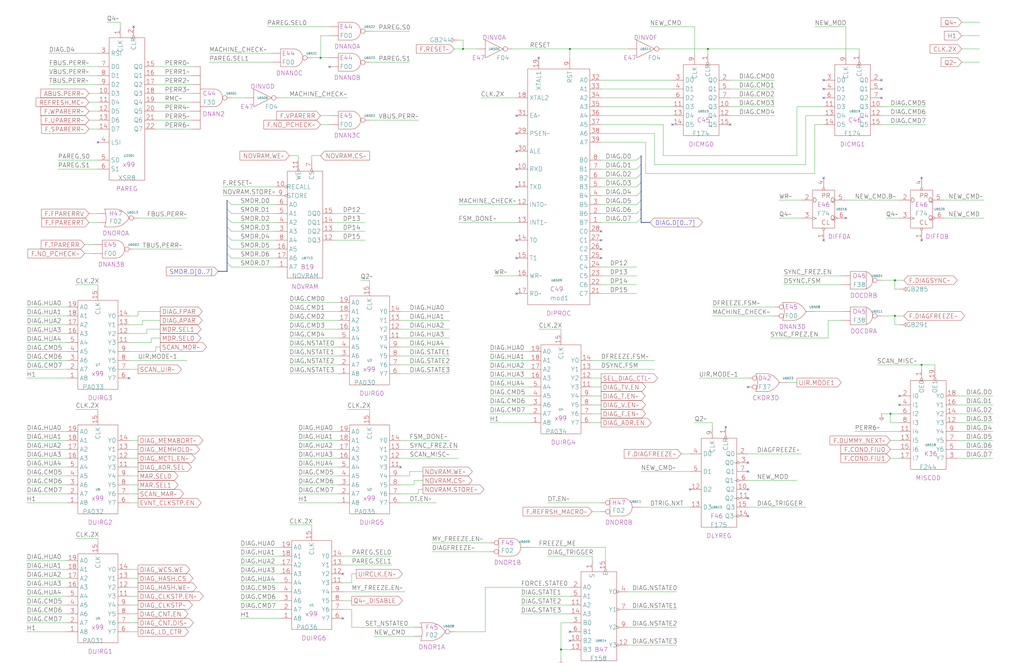
<source format=kicad_sch>
(kicad_sch (version 20230121) (generator eeschema)
  (paper "User" 584.2 378.46)
  (title_block (title "DIAGNOSTIC PROCESSOR") (date "20-MAR-90") (rev "1.0") (comment 1 "FIU") (comment 2 "232-003065") (comment 3 "S400") (comment 4 "RELEASED"))
  (junction (at 510.54 180.34))
  (junction (at 403.86 27.94))
  (junction (at 182.88 33.02))
  (junction (at 508 236.22))
  (junction (at 325.12 27.94))
  (junction (at 510.54 160.02))
  (junction (at 525.78 208.28))
  (junction (at 320.04 370.84))
  (junction (at 264.16 27.94))
  (no_connect (at 294.64 167.64))
  (no_connect (at 294.64 137.16))
  (no_connect (at 76.2 15.24))
  (no_connect (at 469.9 45.72))
  (no_connect (at 73.66 215.9))
  (no_connect (at 525.78 137.16))
  (no_connect (at 393.7 279.4))
  (no_connect (at 426.72 220.98))
  (no_connect (at 342.9 142.24))
  (no_connect (at 469.9 137.16))
  (no_connect (at 294.64 86.36))
  (no_connect (at 513.08 231.14))
  (no_connect (at 294.64 66.04))
  (no_connect (at 469.9 101.6))
  (no_connect (at 426.72 279.4))
  (no_connect (at 228.6 266.7))
  (no_connect (at 294.64 96.52))
  (no_connect (at 294.64 106.68))
  (no_connect (at 307.34 33.02))
  (no_connect (at 294.64 147.32))
  (no_connect (at 195.58 353.06))
  (no_connect (at 416.56 71.12))
  (no_connect (at 426.72 269.24))
  (no_connect (at 513.08 226.06))
  (no_connect (at 426.72 264.16))
  (no_connect (at 414.02 243.84))
  (no_connect (at 426.72 284.48))
  (no_connect (at 502.92 55.88))
  (no_connect (at 502.92 45.72))
  (no_connect (at 325.12 365.76))
  (no_connect (at 383.54 71.12))
  (no_connect (at 525.78 101.6))
  (no_connect (at 469.9 55.88))
  (no_connect (at 502.92 50.8))
  (no_connect (at 325.12 360.68))
  (no_connect (at 187.96 38.1))
  (no_connect (at 294.64 76.2))
  (no_connect (at 469.9 50.8))
  (no_connect (at 426.72 294.64))
  (no_connect (at 342.9 147.32))
  (no_connect (at 342.9 137.16))
  (no_connect (at 55.88 81.28))
  (no_connect (at 195.58 327.66))
  (no_connect (at 342.9 132.08))
  (no_connect (at 482.6 124.46))
  (bus_entry (at 129.54 129.54) (size 2.54 2.54))
  (bus_entry (at 365.76 124.46) (size -2.54 2.54))
  (bus_entry (at 129.54 119.38) (size 2.54 2.54))
  (bus_entry (at 129.54 139.7) (size 2.54 2.54))
  (bus_entry (at 129.54 124.46) (size 2.54 2.54))
  (bus_entry (at 365.76 93.98) (size -2.54 2.54))
  (bus_entry (at 365.76 104.14) (size -2.54 2.54))
  (bus_entry (at 365.76 88.9) (size -2.54 2.54))
  (bus_entry (at 365.76 99.06) (size -2.54 2.54))
  (bus_entry (at 365.76 109.22) (size -2.54 2.54))
  (bus_entry (at 365.76 114.3) (size -2.54 2.54))
  (bus_entry (at 365.76 119.38) (size -2.54 2.54))
  (bus_entry (at 129.54 114.3) (size 2.54 2.54))
  (bus_entry (at 129.54 144.78) (size 2.54 2.54))
  (bus_entry (at 129.54 134.62) (size 2.54 2.54))
  (bus_entry (at 129.54 149.86) (size 2.54 2.54))
  (wire (pts (xy 15.24 256.54) (xy 38.1 256.54)))
  (wire (pts (xy 320.04 187.96) (xy 320.04 190.5)))
  (wire (pts (xy 170.18 271.78) (xy 193.04 271.78)))
  (wire (pts (xy 342.9 121.92) (xy 363.22 121.92)))
  (wire (pts (xy 55.88 233.68) (xy 55.88 236.22)))
  (wire (pts (xy 165.1 177.8) (xy 193.04 177.8)))
  (wire (pts (xy 342.9 81.28) (xy 368.3 81.28)))
  (wire (pts (xy 325.12 27.94) (xy 325.12 33.02)))
  (wire (pts (xy 307.34 187.96) (xy 320.04 187.96)))
  (wire (pts (xy 337.82 231.14) (xy 342.9 231.14)))
  (bus (pts (xy 129.54 139.7) (xy 129.54 144.78)))
  (wire (pts (xy 358.14 337.82) (xy 386.08 337.82)))
  (wire (pts (xy 15.24 261.62) (xy 38.1 261.62)))
  (wire (pts (xy 312.42 287.02) (xy 342.9 287.02)))
  (wire (pts (xy 73.66 261.62) (xy 78.74 261.62)))
  (wire (pts (xy 73.66 205.74) (xy 106.68 205.74)))
  (wire (pts (xy 177.8 88.9) (xy 182.88 88.9)))
  (wire (pts (xy 210.82 160.02) (xy 210.82 162.56)))
  (wire (pts (xy 538.48 114.3) (xy 561.34 114.3)))
  (wire (pts (xy 137.16 353.06) (xy 160.02 353.06)))
  (wire (pts (xy 43.18 162.56) (xy 55.88 162.56)))
  (wire (pts (xy 502.92 160.02) (xy 510.54 160.02)))
  (wire (pts (xy 119.38 30.48) (xy 154.94 30.48)))
  (wire (pts (xy 416.56 66.04) (xy 441.96 66.04)))
  (wire (pts (xy 454.66 88.9) (xy 454.66 60.96)))
  (wire (pts (xy 416.56 45.72) (xy 441.96 45.72)))
  (wire (pts (xy 337.82 226.06) (xy 342.9 226.06)))
  (wire (pts (xy 358.14 368.3) (xy 386.08 368.3)))
  (wire (pts (xy 320.04 370.84) (xy 320.04 375.92)))
  (wire (pts (xy 378.46 71.12) (xy 378.46 88.9)))
  (wire (pts (xy 378.46 88.9) (xy 454.66 88.9)))
  (wire (pts (xy 342.9 76.2) (xy 373.38 76.2)))
  (wire (pts (xy 165.1 88.9) (xy 170.18 88.9)))
  (wire (pts (xy 398.78 215.9) (xy 426.72 215.9)))
  (wire (pts (xy 464.82 177.8) (xy 480.06 177.8)))
  (wire (pts (xy 508 236.22) (xy 513.08 236.22)))
  (wire (pts (xy 546.1 261.62) (xy 566.42 261.62)))
  (wire (pts (xy 73.66 266.7) (xy 78.74 266.7)))
  (wire (pts (xy 279.4 200.66) (xy 302.26 200.66)))
  (wire (pts (xy 396.24 30.48) (xy 396.24 15.24)))
  (wire (pts (xy 83.82 187.96) (xy 83.82 190.5)))
  (wire (pts (xy 342.9 157.48) (xy 363.22 157.48)))
  (wire (pts (xy 182.88 33.02) (xy 177.8 33.02)))
  (wire (pts (xy 472.44 193.04) (xy 439.42 193.04)))
  (wire (pts (xy 132.08 127) (xy 157.48 127)))
  (wire (pts (xy 525.78 208.28) (xy 533.4 208.28)))
  (wire (pts (xy 182.88 71.12) (xy 187.96 71.12)))
  (wire (pts (xy 276.86 360.68) (xy 259.08 360.68)))
  (wire (pts (xy 88.9 198.12) (xy 91.44 198.12)))
  (wire (pts (xy 137.16 312.42) (xy 160.02 312.42)))
  (wire (pts (xy 378.46 27.94) (xy 403.86 27.94)))
  (wire (pts (xy 165.1 213.36) (xy 193.04 213.36)))
  (wire (pts (xy 345.44 320.04) (xy 345.44 312.42)))
  (wire (pts (xy 88.9 53.34) (xy 109.22 53.34)))
  (wire (pts (xy 337.82 215.9) (xy 342.9 215.9)))
  (wire (pts (xy 73.66 360.68) (xy 78.74 360.68)))
  (wire (pts (xy 50.8 63.5) (xy 55.88 63.5)))
  (wire (pts (xy 502.92 66.04) (xy 528.32 66.04)))
  (wire (pts (xy 83.82 190.5) (xy 73.66 190.5)))
  (wire (pts (xy 228.6 193.04) (xy 256.54 193.04)))
  (bus (pts (xy 129.54 114.3) (xy 129.54 119.38)))
  (wire (pts (xy 546.1 231.14) (xy 566.42 231.14)))
  (wire (pts (xy 15.24 355.6) (xy 38.1 355.6)))
  (wire (pts (xy 15.24 251.46) (xy 38.1 251.46)))
  (wire (pts (xy 546.1 226.06) (xy 566.42 226.06)))
  (wire (pts (xy 132.08 55.88) (xy 139.7 55.88)))
  (wire (pts (xy 279.4 241.3) (xy 302.26 241.3)))
  (wire (pts (xy 337.82 292.1) (xy 342.9 292.1)))
  (wire (pts (xy 170.18 266.7) (xy 193.04 266.7)))
  (wire (pts (xy 195.58 322.58) (xy 223.52 322.58)))
  (wire (pts (xy 279.4 220.98) (xy 302.26 220.98)))
  (wire (pts (xy 297.18 350.52) (xy 325.12 350.52)))
  (bus (pts (xy 129.54 119.38) (xy 129.54 124.46)))
  (wire (pts (xy 165.1 299.72) (xy 177.8 299.72)))
  (wire (pts (xy 55.88 96.52) (xy 33.02 96.52)))
  (wire (pts (xy 259.08 27.94) (xy 264.16 27.94)))
  (wire (pts (xy 502.92 71.12) (xy 528.32 71.12)))
  (wire (pts (xy 137.16 342.9) (xy 160.02 342.9)))
  (wire (pts (xy 228.6 177.8) (xy 256.54 177.8)))
  (wire (pts (xy 15.24 205.74) (xy 38.1 205.74)))
  (wire (pts (xy 297.18 345.44) (xy 325.12 345.44)))
  (wire (pts (xy 15.24 350.52) (xy 38.1 350.52)))
  (wire (pts (xy 238.76 279.4) (xy 241.3 279.4)))
  (wire (pts (xy 449.58 218.44) (xy 454.66 218.44)))
  (wire (pts (xy 236.22 274.32) (xy 236.22 276.86)))
  (wire (pts (xy 464.82 99.06) (xy 464.82 71.12)))
  (bus (pts (xy 365.76 104.14) (xy 365.76 109.22)))
  (wire (pts (xy 426.72 274.32) (xy 454.66 274.32)))
  (bus (pts (xy 365.76 88.9) (xy 365.76 93.98)))
  (wire (pts (xy 342.9 45.72) (xy 383.54 45.72)))
  (wire (pts (xy 200.66 347.98) (xy 195.58 347.98)))
  (wire (pts (xy 88.9 198.12) (xy 88.9 200.66)))
  (wire (pts (xy 50.8 121.92) (xy 55.88 121.92)))
  (wire (pts (xy 190.5 137.16) (xy 208.28 137.16)))
  (wire (pts (xy 513.08 165.1) (xy 510.54 165.1)))
  (wire (pts (xy 88.9 58.42) (xy 109.22 58.42)))
  (wire (pts (xy 43.18 307.34) (xy 55.88 307.34)))
  (wire (pts (xy 548.64 12.7) (xy 558.8 12.7)))
  (wire (pts (xy 165.1 172.72) (xy 193.04 172.72)))
  (wire (pts (xy 426.72 289.56) (xy 459.74 289.56)))
  (wire (pts (xy 195.58 342.9) (xy 200.66 342.9)))
  (wire (pts (xy 396.24 15.24) (xy 370.84 15.24)))
  (wire (pts (xy 165.1 182.88) (xy 193.04 182.88)))
  (wire (pts (xy 459.74 66.04) (xy 469.9 66.04)))
  (wire (pts (xy 137.16 332.74) (xy 160.02 332.74)))
  (wire (pts (xy 198.12 233.68) (xy 210.82 233.68)))
  (wire (pts (xy 73.66 271.78) (xy 78.74 271.78)))
  (wire (pts (xy 548.64 35.56) (xy 558.8 35.56)))
  (wire (pts (xy 368.3 99.06) (xy 464.82 99.06)))
  (wire (pts (xy 170.18 261.62) (xy 193.04 261.62)))
  (wire (pts (xy 165.1 198.12) (xy 193.04 198.12)))
  (wire (pts (xy 73.66 251.46) (xy 78.74 251.46)))
  (wire (pts (xy 358.14 27.94) (xy 325.12 27.94)))
  (wire (pts (xy 342.9 116.84) (xy 363.22 116.84)))
  (wire (pts (xy 406.4 175.26) (xy 441.96 175.26)))
  (wire (pts (xy 279.4 231.14) (xy 302.26 231.14)))
  (wire (pts (xy 373.38 93.98) (xy 459.74 93.98)))
  (wire (pts (xy 508 256.54) (xy 513.08 256.54)))
  (wire (pts (xy 15.24 320.04) (xy 38.1 320.04)))
  (wire (pts (xy 200.66 358.14) (xy 200.66 347.98)))
  (wire (pts (xy 342.9 55.88) (xy 383.54 55.88)))
  (wire (pts (xy 337.82 220.98) (xy 342.9 220.98)))
  (wire (pts (xy 73.66 335.28) (xy 78.74 335.28)))
  (wire (pts (xy 15.24 287.02) (xy 38.1 287.02)))
  (wire (pts (xy 342.9 91.44) (xy 363.22 91.44)))
  (wire (pts (xy 325.12 355.6) (xy 320.04 355.6)))
  (wire (pts (xy 137.16 322.58) (xy 160.02 322.58)))
  (wire (pts (xy 447.04 162.56) (xy 480.06 162.56)))
  (wire (pts (xy 127 106.68) (xy 157.48 106.68)))
  (wire (pts (xy 228.6 182.88) (xy 256.54 182.88)))
  (wire (pts (xy 78.74 177.8) (xy 91.44 177.8)))
  (wire (pts (xy 490.22 27.94) (xy 490.22 30.48)))
  (wire (pts (xy 228.6 287.02) (xy 248.92 287.02)))
  (wire (pts (xy 78.74 180.34) (xy 73.66 180.34)))
  (wire (pts (xy 342.9 71.12) (xy 378.46 71.12)))
  (wire (pts (xy 482.6 114.3) (xy 513.08 114.3)))
  (wire (pts (xy 426.72 259.08) (xy 457.2 259.08)))
  (wire (pts (xy 510.54 185.42) (xy 510.54 180.34)))
  (wire (pts (xy 88.9 43.18) (xy 109.22 43.18)))
  (wire (pts (xy 261.62 127) (xy 294.64 127)))
  (wire (pts (xy 132.08 116.84) (xy 157.48 116.84)))
  (wire (pts (xy 403.86 27.94) (xy 403.86 30.48)))
  (wire (pts (xy 279.4 215.9) (xy 302.26 215.9)))
  (wire (pts (xy 236.22 276.86) (xy 228.6 276.86)))
  (wire (pts (xy 233.68 269.24) (xy 241.3 269.24)))
  (wire (pts (xy 86.36 195.58) (xy 73.66 195.58)))
  (wire (pts (xy 337.82 241.3) (xy 342.9 241.3)))
  (wire (pts (xy 48.26 139.7) (xy 53.34 139.7)))
  (wire (pts (xy 292.1 27.94) (xy 325.12 27.94)))
  (wire (pts (xy 170.18 246.38) (xy 193.04 246.38)))
  (wire (pts (xy 182.88 20.32) (xy 182.88 33.02)))
  (wire (pts (xy 200.66 327.66) (xy 200.66 332.74)))
  (wire (pts (xy 78.74 177.8) (xy 78.74 180.34)))
  (wire (pts (xy 210.82 35.56) (xy 233.68 35.56)))
  (wire (pts (xy 276.86 335.28) (xy 325.12 335.28)))
  (wire (pts (xy 228.6 261.62) (xy 261.62 261.62)))
  (wire (pts (xy 88.9 73.66) (xy 109.22 73.66)))
  (wire (pts (xy 88.9 200.66) (xy 73.66 200.66)))
  (wire (pts (xy 50.8 68.58) (xy 55.88 68.58)))
  (wire (pts (xy 388.62 259.08) (xy 393.7 259.08)))
  (wire (pts (xy 127 111.76) (xy 157.48 111.76)))
  (wire (pts (xy 81.28 185.42) (xy 73.66 185.42)))
  (wire (pts (xy 15.24 276.86) (xy 38.1 276.86)))
  (wire (pts (xy 132.08 147.32) (xy 157.48 147.32)))
  (wire (pts (xy 548.64 27.94) (xy 558.8 27.94)))
  (wire (pts (xy 228.6 203.2) (xy 256.54 203.2)))
  (wire (pts (xy 88.9 48.26) (xy 109.22 48.26)))
  (wire (pts (xy 337.82 236.22) (xy 342.9 236.22)))
  (bus (pts (xy 124.46 154.94) (xy 129.54 154.94)))
  (wire (pts (xy 132.08 152.4) (xy 157.48 152.4)))
  (wire (pts (xy 365.76 289.56) (xy 393.7 289.56)))
  (wire (pts (xy 358.14 347.98) (xy 386.08 347.98)))
  (wire (pts (xy 170.18 281.94) (xy 193.04 281.94)))
  (wire (pts (xy 55.88 162.56) (xy 55.88 165.1)))
  (wire (pts (xy 15.24 190.5) (xy 38.1 190.5)))
  (wire (pts (xy 236.22 274.32) (xy 241.3 274.32)))
  (wire (pts (xy 238.76 281.94) (xy 228.6 281.94)))
  (wire (pts (xy 228.6 187.96) (xy 256.54 187.96)))
  (wire (pts (xy 447.04 157.48) (xy 480.06 157.48)))
  (wire (pts (xy 182.88 66.04) (xy 187.96 66.04)))
  (wire (pts (xy 320.04 355.6) (xy 320.04 370.84)))
  (wire (pts (xy 342.9 60.96) (xy 383.54 60.96)))
  (wire (pts (xy 50.8 127) (xy 55.88 127)))
  (wire (pts (xy 546.1 241.3) (xy 566.42 241.3)))
  (wire (pts (xy 228.6 198.12) (xy 256.54 198.12)))
  (wire (pts (xy 464.82 15.24) (xy 482.6 15.24)))
  (wire (pts (xy 368.3 81.28) (xy 368.3 99.06)))
  (wire (pts (xy 132.08 137.16) (xy 157.48 137.16)))
  (wire (pts (xy 15.24 325.12) (xy 38.1 325.12)))
  (wire (pts (xy 43.18 233.68) (xy 55.88 233.68)))
  (wire (pts (xy 403.86 27.94) (xy 490.22 27.94)))
  (wire (pts (xy 279.4 226.06) (xy 302.26 226.06)))
  (wire (pts (xy 152.4 15.24) (xy 187.96 15.24)))
  (wire (pts (xy 312.42 317.5) (xy 337.82 317.5)))
  (wire (pts (xy 337.82 320.04) (xy 337.82 317.5)))
  (bus (pts (xy 365.76 99.06) (xy 365.76 104.14)))
  (wire (pts (xy 73.66 325.12) (xy 78.74 325.12)))
  (wire (pts (xy 68.58 15.24) (xy 68.58 12.7)))
  (wire (pts (xy 279.4 236.22) (xy 302.26 236.22)))
  (wire (pts (xy 15.24 210.82) (xy 38.1 210.82)))
  (wire (pts (xy 15.24 266.7) (xy 38.1 266.7)))
  (wire (pts (xy 15.24 185.42) (xy 38.1 185.42)))
  (wire (pts (xy 342.9 111.76) (xy 363.22 111.76)))
  (wire (pts (xy 246.38 309.88) (xy 279.4 309.88)))
  (wire (pts (xy 342.9 127) (xy 363.22 127)))
  (wire (pts (xy 342.9 101.6) (xy 363.22 101.6)))
  (wire (pts (xy 502.92 180.34) (xy 510.54 180.34)))
  (wire (pts (xy 88.9 63.5) (xy 109.22 63.5)))
  (wire (pts (xy 195.58 337.82) (xy 231.14 337.82)))
  (bus (pts (xy 365.76 127) (xy 370.84 127)))
  (wire (pts (xy 233.68 269.24) (xy 233.68 271.78)))
  (wire (pts (xy 261.62 116.84) (xy 294.64 116.84)))
  (wire (pts (xy 165.1 187.96) (xy 193.04 187.96)))
  (wire (pts (xy 533.4 210.82) (xy 533.4 208.28)))
  (wire (pts (xy 73.66 345.44) (xy 78.74 345.44)))
  (wire (pts (xy 15.24 345.44) (xy 38.1 345.44)))
  (wire (pts (xy 538.48 124.46) (xy 561.34 124.46)))
  (wire (pts (xy 15.24 335.28) (xy 38.1 335.28)))
  (wire (pts (xy 73.66 340.36) (xy 78.74 340.36)))
  (bus (pts (xy 129.54 124.46) (xy 129.54 129.54)))
  (wire (pts (xy 50.8 53.34) (xy 55.88 53.34)))
  (wire (pts (xy 233.68 271.78) (xy 228.6 271.78)))
  (wire (pts (xy 33.02 91.44) (xy 55.88 91.44)))
  (wire (pts (xy 55.88 307.34) (xy 55.88 309.88)))
  (wire (pts (xy 78.74 124.46) (xy 106.68 124.46)))
  (wire (pts (xy 302.26 312.42) (xy 345.44 312.42)))
  (wire (pts (xy 546.1 256.54) (xy 566.42 256.54)))
  (wire (pts (xy 73.66 276.86) (xy 78.74 276.86)))
  (wire (pts (xy 228.6 251.46) (xy 256.54 251.46)))
  (wire (pts (xy 132.08 121.92) (xy 157.48 121.92)))
  (wire (pts (xy 342.9 96.52) (xy 363.22 96.52)))
  (wire (pts (xy 416.56 55.88) (xy 441.96 55.88)))
  (wire (pts (xy 170.18 287.02) (xy 193.04 287.02)))
  (wire (pts (xy 546.1 236.22) (xy 566.42 236.22)))
  (wire (pts (xy 406.4 243.84) (xy 406.4 241.3)))
  (wire (pts (xy 165.1 203.2) (xy 193.04 203.2)))
  (wire (pts (xy 472.44 182.88) (xy 472.44 193.04)))
  (wire (pts (xy 50.8 58.42) (xy 55.88 58.42)))
  (wire (pts (xy 342.9 66.04) (xy 383.54 66.04)))
  (wire (pts (xy 508 251.46) (xy 513.08 251.46)))
  (wire (pts (xy 279.4 205.74) (xy 302.26 205.74)))
  (wire (pts (xy 15.24 330.2) (xy 38.1 330.2)))
  (wire (pts (xy 502.92 60.96) (xy 528.32 60.96)))
  (wire (pts (xy 358.14 358.14) (xy 386.08 358.14)))
  (wire (pts (xy 190.5 127) (xy 208.28 127)))
  (wire (pts (xy 505.46 124.46) (xy 513.08 124.46)))
  (wire (pts (xy 177.8 88.9) (xy 177.8 91.44)))
  (wire (pts (xy 15.24 215.9) (xy 38.1 215.9)))
  (wire (pts (xy 165.1 193.04) (xy 193.04 193.04)))
  (wire (pts (xy 68.58 12.7) (xy 60.96 12.7)))
  (wire (pts (xy 238.76 279.4) (xy 238.76 281.94)))
  (wire (pts (xy 15.24 180.34) (xy 38.1 180.34)))
  (wire (pts (xy 190.5 132.08) (xy 208.28 132.08)))
  (bus (pts (xy 365.76 124.46) (xy 365.76 127)))
  (wire (pts (xy 546.1 246.38) (xy 566.42 246.38)))
  (wire (pts (xy 73.66 330.2) (xy 78.74 330.2)))
  (wire (pts (xy 454.66 60.96) (xy 469.9 60.96)))
  (wire (pts (xy 271.78 27.94) (xy 264.16 27.94)))
  (wire (pts (xy 444.5 114.3) (xy 457.2 114.3)))
  (wire (pts (xy 15.24 175.26) (xy 38.1 175.26)))
  (wire (pts (xy 264.16 22.86) (xy 261.62 22.86)))
  (wire (pts (xy 342.9 106.68) (xy 363.22 106.68)))
  (bus (pts (xy 129.54 129.54) (xy 129.54 134.62)))
  (wire (pts (xy 210.82 233.68) (xy 210.82 236.22)))
  (wire (pts (xy 274.32 55.88) (xy 294.64 55.88)))
  (wire (pts (xy 27.94 48.26) (xy 55.88 48.26)))
  (wire (pts (xy 546.1 251.46) (xy 566.42 251.46)))
  (wire (pts (xy 15.24 340.36) (xy 38.1 340.36)))
  (wire (pts (xy 525.78 208.28) (xy 525.78 210.82)))
  (wire (pts (xy 342.9 162.56) (xy 363.22 162.56)))
  (wire (pts (xy 15.24 200.66) (xy 38.1 200.66)))
  (bus (pts (xy 129.54 134.62) (xy 129.54 139.7)))
  (wire (pts (xy 508 261.62) (xy 513.08 261.62)))
  (wire (pts (xy 15.24 246.38) (xy 38.1 246.38)))
  (wire (pts (xy 200.66 327.66) (xy 203.2 327.66)))
  (wire (pts (xy 482.6 30.48) (xy 482.6 15.24)))
  (wire (pts (xy 444.5 124.46) (xy 457.2 124.46)))
  (wire (pts (xy 281.94 157.48) (xy 294.64 157.48)))
  (wire (pts (xy 86.36 193.04) (xy 91.44 193.04)))
  (wire (pts (xy 210.82 68.58) (xy 238.76 68.58)))
  (wire (pts (xy 487.68 246.38) (xy 513.08 246.38)))
  (wire (pts (xy 81.28 182.88) (xy 81.28 185.42)))
  (wire (pts (xy 177.8 299.72) (xy 177.8 302.26)))
  (wire (pts (xy 170.18 256.54) (xy 193.04 256.54)))
  (wire (pts (xy 73.66 350.52) (xy 78.74 350.52)))
  (wire (pts (xy 396.24 241.3) (xy 406.4 241.3)))
  (bus (pts (xy 365.76 119.38) (xy 365.76 124.46)))
  (wire (pts (xy 213.36 363.22) (xy 236.22 363.22)))
  (wire (pts (xy 170.18 251.46) (xy 193.04 251.46)))
  (wire (pts (xy 480.06 182.88) (xy 472.44 182.88)))
  (bus (pts (xy 129.54 144.78) (xy 129.54 149.86)))
  (wire (pts (xy 86.36 193.04) (xy 86.36 195.58)))
  (wire (pts (xy 502.92 236.22) (xy 508 236.22)))
  (wire (pts (xy 88.9 38.1) (xy 109.22 38.1)))
  (bus (pts (xy 129.54 149.86) (xy 129.54 154.94)))
  (wire (pts (xy 459.74 93.98) (xy 459.74 66.04)))
  (wire (pts (xy 406.4 180.34) (xy 441.96 180.34)))
  (wire (pts (xy 81.28 182.88) (xy 91.44 182.88)))
  (wire (pts (xy 513.08 185.42) (xy 510.54 185.42)))
  (wire (pts (xy 416.56 60.96) (xy 441.96 60.96)))
  (wire (pts (xy 279.4 210.82) (xy 302.26 210.82)))
  (wire (pts (xy 27.94 30.48) (xy 55.88 30.48)))
  (wire (pts (xy 182.88 33.02) (xy 187.96 33.02)))
  (wire (pts (xy 510.54 165.1) (xy 510.54 160.02)))
  (wire (pts (xy 228.6 208.28) (xy 256.54 208.28)))
  (wire (pts (xy 137.16 337.82) (xy 160.02 337.82)))
  (wire (pts (xy 119.38 35.56) (xy 154.94 35.56)))
  (wire (pts (xy 276.86 335.28) (xy 276.86 360.68)))
  (wire (pts (xy 210.82 17.78) (xy 233.68 17.78)))
  (wire (pts (xy 200.66 332.74) (xy 195.58 332.74)))
  (wire (pts (xy 373.38 76.2) (xy 373.38 93.98)))
  (wire (pts (xy 160.02 55.88) (xy 198.12 55.88)))
  (wire (pts (xy 342.9 152.4) (xy 363.22 152.4)))
  (wire (pts (xy 15.24 360.68) (xy 38.1 360.68)))
  (wire (pts (xy 132.08 132.08) (xy 157.48 132.08)))
  (wire (pts (xy 170.18 88.9) (xy 170.18 91.44)))
  (wire (pts (xy 416.56 50.8) (xy 441.96 50.8)))
  (wire (pts (xy 228.6 256.54) (xy 261.62 256.54)))
  (wire (pts (xy 15.24 281.94) (xy 38.1 281.94)))
  (wire (pts (xy 73.66 287.02) (xy 78.74 287.02)))
  (wire (pts (xy 337.82 210.82) (xy 373.38 210.82)))
  (wire (pts (xy 48.26 144.78) (xy 53.34 144.78)))
  (bus (pts (xy 365.76 93.98) (xy 365.76 99.06)))
  (wire (pts (xy 76.2 142.24) (xy 104.14 142.24)))
  (wire (pts (xy 88.9 68.58) (xy 109.22 68.58)))
  (wire (pts (xy 342.9 167.64) (xy 363.22 167.64)))
  (wire (pts (xy 195.58 317.5) (xy 223.52 317.5)))
  (wire (pts (xy 73.66 210.82) (xy 78.74 210.82)))
  (wire (pts (xy 342.9 50.8) (xy 383.54 50.8)))
  (wire (pts (xy 510.54 180.34) (xy 515.62 180.34)))
  (wire (pts (xy 137.16 327.66) (xy 160.02 327.66)))
  (wire (pts (xy 73.66 281.94) (xy 78.74 281.94)))
  (wire (pts (xy 50.8 73.66) (xy 55.88 73.66)))
  (wire (pts (xy 228.6 213.36) (xy 256.54 213.36)))
  (wire (pts (xy 83.82 187.96) (xy 91.44 187.96)))
  (wire (pts (xy 205.74 160.02) (xy 210.82 160.02)))
  (wire (pts (xy 548.64 20.32) (xy 558.8 20.32)))
  (wire (pts (xy 73.66 256.54) (xy 78.74 256.54)))
  (wire (pts (xy 27.94 43.18) (xy 55.88 43.18)))
  (wire (pts (xy 264.16 22.86) (xy 264.16 27.94)))
  (wire (pts (xy 464.82 71.12) (xy 469.9 71.12)))
  (wire (pts (xy 73.66 355.6) (xy 78.74 355.6)))
  (wire (pts (xy 170.18 276.86) (xy 193.04 276.86)))
  (wire (pts (xy 187.96 20.32) (xy 182.88 20.32)))
  (wire (pts (xy 513.08 241.3) (xy 508 241.3)))
  (bus (pts (xy 365.76 114.3) (xy 365.76 119.38)))
  (wire (pts (xy 200.66 358.14) (xy 236.22 358.14)))
  (wire (pts (xy 325.12 370.84) (xy 320.04 370.84)))
  (wire (pts (xy 137.16 347.98) (xy 160.02 347.98)))
  (wire (pts (xy 510.54 160.02) (xy 515.62 160.02)))
  (wire (pts (xy 337.82 205.74) (xy 373.38 205.74)))
  (wire (pts (xy 297.18 340.36) (xy 325.12 340.36)))
  (wire (pts (xy 246.38 314.96) (xy 279.4 314.96)))
  (wire (pts (xy 132.08 142.24) (xy 157.48 142.24)))
  (wire (pts (xy 500.38 208.28) (xy 525.78 208.28)))
  (wire (pts (xy 137.16 317.5) (xy 160.02 317.5)))
  (wire (pts (xy 15.24 271.78) (xy 38.1 271.78)))
  (wire (pts (xy 165.1 208.28) (xy 193.04 208.28)))
  (bus (pts (xy 365.76 109.22) (xy 365.76 114.3)))
  (wire (pts (xy 508 241.3) (xy 508 236.22)))
  (wire (pts (xy 365.76 269.24) (xy 393.7 269.24)))
  (wire (pts (xy 27.94 38.1) (xy 55.88 38.1)))
  (wire (pts (xy 190.5 121.92) (xy 208.28 121.92)))
  (wire (pts (xy 15.24 195.58) (xy 38.1 195.58)))
  (label "DP12" (at 195.58 121.92 0) (effects (font (size 2.54 2.54))))
  (label "PERR6~" (at 93.98 73.66 0) (effects (font (size 2.54 2.54))))
  (label "H1" (at 15.24 360.68 0) (effects (font (size 2.54 2.54))))
  (label "F.RESET~" (at 127 106.68 0) (effects (font (size 2.54 2.54))))
  (label "SYNC_FREZ.EN" (at 439.42 193.04 0) (effects (font (size 2.54 2.54))))
  (label "Q2~" (at 205.74 160.02 0) (effects (font (size 2.54 2.54))))
  (label "DIAG.D6" (at 345.44 121.92 0) (effects (font (size 2.54 2.54))))
  (label "MY_FREEZE.EN~" (at 246.38 309.88 0) (effects (font (size 2.54 2.54))))
  (label "DIAG.D5" (at 551.18 251.46 0) (effects (font (size 2.54 2.54))))
  (label "DTRIG.NXT" (at 370.84 289.56 0) (effects (font (size 2.54 2.54))))
  (label "SMDR.D3" (at 137.16 132.08 0) (effects (font (size 2.54 2.54))))
  (label "DIAG.STATE2" (at 297.18 345.44 0) (effects (font (size 2.54 2.54))))
  (label "DSYNC.FSM" (at 447.04 162.56 0) (effects (font (size 2.54 2.54))))
  (label "DIAG.D1" (at 551.18 231.14 0) (effects (font (size 2.54 2.54))))
  (label "DIAG.HUA2" (at 279.4 210.82 0) (effects (font (size 2.54 2.54))))
  (label "MACHINE_CHECK~" (at 119.38 30.48 0) (effects (font (size 2.54 2.54))))
  (label "NEW_MOD" (at 464.82 15.24 0) (effects (font (size 2.54 2.54))))
  (label "NEW_CMD.B~" (at 487.68 114.3 0) (effects (font (size 2.54 2.54))))
  (label "DIAG.HUA3" (at 15.24 261.62 0) (effects (font (size 2.54 2.54))))
  (label "DIAG.NSTATE1" (at 360.68 347.98 0) (effects (font (size 2.54 2.54))))
  (label "NEW_CMD" (at 370.84 15.24 0) (effects (font (size 2.54 2.54))))
  (label "DIAG.HUA4" (at 233.68 198.12 0) (effects (font (size 2.54 2.54))))
  (label "TBUS.PERR~" (at 81.28 142.24 0) (effects (font (size 2.54 2.54))))
  (label "DP14" (at 347.98 162.56 0) (effects (font (size 2.54 2.54))))
  (label "DIAG.D7" (at 345.44 127 0) (effects (font (size 2.54 2.54))))
  (label "NEW_CMD~" (at 365.76 269.24 0) (effects (font (size 2.54 2.54))))
  (label "WR~" (at 444.5 114.3 0) (effects (font (size 2.54 2.54))))
  (label "PAREG.SEL0" (at 200.66 317.5 0) (effects (font (size 2.54 2.54))))
  (label "DIAG.STATE3" (at 233.68 213.36 0) (effects (font (size 2.54 2.54))))
  (label "DIAG.HUA4" (at 15.24 266.7 0) (effects (font (size 2.54 2.54))))
  (label "SCAN_MISC~" (at 233.68 261.62 0) (effects (font (size 2.54 2.54))))
  (label "SMDR.D1" (at 137.16 121.92 0) (effects (font (size 2.54 2.54))))
  (label "SCAN_MISC~" (at 500.38 208.28 0) (effects (font (size 2.54 2.54))))
  (label "RESET" (at 302.26 27.94 0) (effects (font (size 2.54 2.54))))
  (label "Q4~" (at 60.96 12.7 0) (effects (font (size 2.54 2.54))))
  (label "DIAG.NSTATE2" (at 165.1 208.28 0) (effects (font (size 2.54 2.54))))
  (label "H1" (at 170.18 287.02 0) (effects (font (size 2.54 2.54))))
  (label "DIAG.HUA3" (at 137.16 327.66 0) (effects (font (size 2.54 2.54))))
  (label "DIAG.CMD3" (at 165.1 187.96 0) (effects (font (size 2.54 2.54))))
  (label "DIAG.CMD7" (at 15.24 355.6 0) (effects (font (size 2.54 2.54))))
  (label "UIR.MODE~1" (at 78.74 205.74 0) (effects (font (size 2.54 2.54))))
  (label "FBUS.PERR~" (at 27.94 38.1 0) (effects (font (size 2.54 2.54))))
  (label "MACHINE_CHECK~" (at 165.1 55.88 0) (effects (font (size 2.54 2.54))))
  (label "DIAG_TRIGGER" (at 431.8 289.56 0) (effects (font (size 2.54 2.54))))
  (label "FSM_DONE~" (at 233.68 251.46 0) (effects (font (size 2.54 2.54))))
  (label "DIAG.NSTATE0" (at 360.68 337.82 0) (effects (font (size 2.54 2.54))))
  (label "DIAG.HUA4" (at 170.18 266.7 0) (effects (font (size 2.54 2.54))))
  (label "PAREG.SEL1" (at 119.38 35.56 0) (effects (font (size 2.54 2.54))))
  (label "CLK.2X" (at 198.12 233.68 0) (effects (font (size 2.54 2.54))))
  (label "SET_NSTATE0" (at 208.28 358.14 0) (effects (font (size 2.54 2.54))))
  (label "CLK.2X" (at 274.32 55.88 0) (effects (font (size 2.54 2.54))))
  (label "DIAG.CMD6" (at 15.24 350.52 0) (effects (font (size 2.54 2.54))))
  (label "DIAG.CMD0" (at 165.1 172.72 0) (effects (font (size 2.54 2.54))))
  (label "DSYNC.FSM" (at 342.9 210.82 0) (effects (font (size 2.54 2.54))))
  (label "DP15" (at 347.98 167.64 0) (effects (font (size 2.54 2.54))))
  (label "PERR3~" (at 93.98 53.34 0) (effects (font (size 2.54 2.54))))
  (label "DIAG.CMD1" (at 165.1 177.8 0) (effects (font (size 2.54 2.54))))
  (label "DIAG.NSTATE0" (at 165.1 198.12 0) (effects (font (size 2.54 2.54))))
  (label "FORCE.STATE0" (at 297.18 335.28 0) (effects (font (size 2.54 2.54))))
  (label "RMC~" (at 93.98 58.42 0) (effects (font (size 2.54 2.54))))
  (label "DIAG.CMD7" (at 170.18 281.94 0) (effects (font (size 2.54 2.54))))
  (label "DIAG.NSTATE2" (at 360.68 358.14 0) (effects (font (size 2.54 2.54))))
  (label "DT.EN~" (at 233.68 287.02 0) (effects (font (size 2.54 2.54))))
  (label "NEW_CMD" (at 213.36 363.22 0) (effects (font (size 2.54 2.54))))
  (label "DIAG.CMD7" (at 279.4 236.22 0) (effects (font (size 2.54 2.54))))
  (label "DIAG.CMD7" (at 15.24 210.82 0) (effects (font (size 2.54 2.54))))
  (label "DIAGFREEZE~" (at 246.38 314.96 0) (effects (font (size 2.54 2.54))))
  (label "SMDR.D2" (at 137.16 127 0) (effects (font (size 2.54 2.54))))
  (label "DIAG_TRIGGER" (at 312.42 317.5 0) (effects (font (size 2.54 2.54))))
  (label "DIAG.CMD6" (at 15.24 276.86 0) (effects (font (size 2.54 2.54))))
  (label "DP13" (at 347.98 157.48 0) (effects (font (size 2.54 2.54))))
  (label "Q2~" (at 396.24 241.3 0) (effects (font (size 2.54 2.54))))
  (label "DIAG.CMD2" (at 421.64 55.88 0) (effects (font (size 2.54 2.54))))
  (label "DP15" (at 195.58 137.16 0) (effects (font (size 2.54 2.54))))
  (label "DIAG.D5" (at 345.44 116.84 0) (effects (font (size 2.54 2.54))))
  (label "DIAG.CMD2" (at 165.1 182.88 0) (effects (font (size 2.54 2.54))))
  (label "DIAG.D7" (at 551.18 261.62 0) (effects (font (size 2.54 2.54))))
  (label "FSM_DONE~" (at 261.62 127 0) (effects (font (size 2.54 2.54))))
  (label "CLK.2X" (at 43.18 307.34 0) (effects (font (size 2.54 2.54))))
  (label "DIAG.CMD5" (at 15.24 271.78 0) (effects (font (size 2.54 2.54))))
  (label "PERR0~" (at 93.98 38.1 0) (effects (font (size 2.54 2.54))))
  (label "Q4~" (at 444.5 124.46 0) (effects (font (size 2.54 2.54))))
  (label "DIAG.D0" (at 345.44 91.44 0) (effects (font (size 2.54 2.54))))
  (label "PAREG.SEL1" (at 200.66 322.58 0) (effects (font (size 2.54 2.54))))
  (label "DIAG.D2" (at 551.18 236.22 0) (effects (font (size 2.54 2.54))))
  (label "DIAG.CMD7" (at 508 71.12 0) (effects (font (size 2.54 2.54))))
  (label "DIAG.HUA2" (at 233.68 187.96 0) (effects (font (size 2.54 2.54))))
  (label "H1" (at 279.4 241.3 0) (effects (font (size 2.54 2.54))))
  (label "DIAGFREEZE~" (at 431.8 259.08 0) (effects (font (size 2.54 2.54))))
  (label "PAREG.S0" (at 33.02 91.44 0) (effects (font (size 2.54 2.54))))
  (label "DIAG.D4" (at 345.44 111.76 0) (effects (font (size 2.54 2.54))))
  (label "DIAG.CMD6" (at 508 66.04 0) (effects (font (size 2.54 2.54))))
  (label "DP14" (at 195.58 132.08 0) (effects (font (size 2.54 2.54))))
  (label "DIAG.CMD5" (at 170.18 271.78 0) (effects (font (size 2.54 2.54))))
  (label "VBUS.PERR~" (at 27.94 43.18 0) (effects (font (size 2.54 2.54))))
  (label "DFREEZE.FSM~" (at 406.4 175.26 0) (effects (font (size 2.54 2.54))))
  (label "PAREG.SEL0" (at 152.4 15.24 0) (effects (font (size 2.54 2.54))))
  (label "DIAG.HUA1" (at 15.24 325.12 0) (effects (font (size 2.54 2.54))))
  (label "DIAG.D4" (at 551.18 246.38 0) (effects (font (size 2.54 2.54))))
  (label "DIAG.D3" (at 345.44 106.68 0) (effects (font (size 2.54 2.54))))
  (label "CLK.2X" (at 43.18 233.68 0) (effects (font (size 2.54 2.54))))
  (label "DIAG.CMD5" (at 15.24 200.66 0) (effects (font (size 2.54 2.54))))
  (label "PAREG.S0" (at 215.9 17.78 0) (effects (font (size 2.54 2.54))))
  (label "DIAG.NSTATE1" (at 165.1 203.2 0) (effects (font (size 2.54 2.54))))
  (label "H1" (at 15.24 287.02 0) (effects (font (size 2.54 2.54))))
  (label "SMDR.D0" (at 137.16 116.84 0) (effects (font (size 2.54 2.54))))
  (label "DIAG.CMD7" (at 15.24 281.94 0) (effects (font (size 2.54 2.54))))
  (label "DIAG.HUA0" (at 279.4 200.66 0) (effects (font (size 2.54 2.54))))
  (label "PAREG.S1" (at 215.9 35.56 0) (effects (font (size 2.54 2.54))))
  (label "DIAG.STATE1" (at 297.18 340.36 0) (effects (font (size 2.54 2.54))))
  (label "FREEZE_ME" (at 307.34 312.42 0) (effects (font (size 2.54 2.54))))
  (label "DIAG.NSTATE3" (at 360.68 368.3 0) (effects (font (size 2.54 2.54))))
  (label "NOVRAM.STORE~" (at 127 111.76 0) (effects (font (size 2.54 2.54))))
  (label "DIAG.HUA4" (at 15.24 340.36 0) (effects (font (size 2.54 2.54))))
  (label "PAREG.S1" (at 33.02 96.52 0) (effects (font (size 2.54 2.54))))
  (label "NEW_MOD" (at 431.8 274.32 0) (effects (font (size 2.54 2.54))))
  (label "CLK.2X" (at 43.18 162.56 0) (effects (font (size 2.54 2.54))))
  (label "DIAG.D4" (at 27.94 30.48 0) (effects (font (size 2.54 2.54))))
  (label "DIAG.CMD5" (at 137.16 337.82 0) (effects (font (size 2.54 2.54))))
  (label "DIAG.CMD5" (at 508 60.96 0) (effects (font (size 2.54 2.54))))
  (label "DT.EN~" (at 312.42 287.02 0) (effects (font (size 2.54 2.54))))
  (label "DIAG.HUA2" (at 15.24 185.42 0) (effects (font (size 2.54 2.54))))
  (label "CLK.2X" (at 307.34 187.96 0) (effects (font (size 2.54 2.54))))
  (label "DIAG.HUA1" (at 233.68 182.88 0) (effects (font (size 2.54 2.54))))
  (label "SMDR.D4" (at 137.16 137.16 0) (effects (font (size 2.54 2.54))))
  (label "DIAG.CMD6" (at 137.16 342.9 0) (effects (font (size 2.54 2.54))))
  (label "DIAG.HUA2" (at 137.16 322.58 0) (effects (font (size 2.54 2.54))))
  (label "CLK.2X" (at 165.1 299.72 0) (effects (font (size 2.54 2.54))))
  (label "Q4~" (at 505.46 124.46 0) (effects (font (size 2.54 2.54))))
  (label "DIAG.HUA3" (at 279.4 215.9 0) (effects (font (size 2.54 2.54))))
  (label "DIAG.CMD4" (at 165.1 193.04 0) (effects (font (size 2.54 2.54))))
  (label "DIAG.HUA2" (at 170.18 256.54 0) (effects (font (size 2.54 2.54))))
  (label "DIAG.HUA1" (at 279.4 205.74 0) (effects (font (size 2.54 2.54))))
  (label "H1" (at 15.24 215.9 0) (effects (font (size 2.54 2.54))))
  (label "PERR6~" (at 487.68 246.38 0) (effects (font (size 2.54 2.54))))
  (label "DIAG.HUA1" (at 15.24 251.46 0) (effects (font (size 2.54 2.54))))
  (label "PERR5~" (at 93.98 68.58 0) (effects (font (size 2.54 2.54))))
  (label "VBUS.PERR~" (at 215.9 68.58 0) (effects (font (size 2.54 2.54))))
  (label "DIAG.HUA4" (at 137.16 332.74 0) (effects (font (size 2.54 2.54))))
  (label "DIAG.CMD0" (at 421.64 45.72 0) (effects (font (size 2.54 2.54))))
  (label "DIAG.HUA0" (at 15.24 246.38 0) (effects (font (size 2.54 2.54))))
  (label "DIAG.HUA4" (at 279.4 220.98 0) (effects (font (size 2.54 2.54))))
  (label "DIAG.CMD5" (at 15.24 345.44 0) (effects (font (size 2.54 2.54))))
  (label "DIAG.HUA1" (at 137.16 317.5 0) (effects (font (size 2.54 2.54))))
  (label "NEW_CMD~" (at 541.02 114.3 0) (effects (font (size 2.54 2.54))))
  (label "DP12" (at 347.98 152.4 0) (effects (font (size 2.54 2.54))))
  (label "DIAG.CMD1" (at 421.64 50.8 0) (effects (font (size 2.54 2.54))))
  (label "DIAG.D6" (at 551.18 256.54 0) (effects (font (size 2.54 2.54))))
  (label "DIAG.HUA1" (at 15.24 180.34 0) (effects (font (size 2.54 2.54))))
  (label "NEW_CMD" (at 541.02 124.46 0) (effects (font (size 2.54 2.54))))
  (label "SYNC_FREZ.EN" (at 447.04 157.48 0) (effects (font (size 2.54 2.54))))
  (label "TBUS.PERR~" (at 27.94 48.26 0) (effects (font (size 2.54 2.54))))
  (label "DIAG.CMD6" (at 170.18 276.86 0) (effects (font (size 2.54 2.54))))
  (label "DIAG.STATE2" (at 233.68 208.28 0) (effects (font (size 2.54 2.54))))
  (label "DIAG.CMD5" (at 279.4 226.06 0) (effects (font (size 2.54 2.54))))
  (label "DIAG.HUA3" (at 15.24 190.5 0) (effects (font (size 2.54 2.54))))
  (label "DIAG.D3" (at 551.18 241.3 0) (effects (font (size 2.54 2.54))))
  (label "DIAG.CMD4" (at 421.64 66.04 0) (effects (font (size 2.54 2.54))))
  (label "MACHINE_CHECK~" (at 261.62 116.84 0) (effects (font (size 2.54 2.54))))
  (label "DIAG.STATE3" (at 297.18 350.52 0) (effects (font (size 2.54 2.54))))
  (label "PERR2~" (at 93.98 48.26 0) (effects (font (size 2.54 2.54))))
  (label "DIAG.D0" (at 551.18 226.06 0) (effects (font (size 2.54 2.54))))
  (label "DIAG.CMD6" (at 15.24 205.74 0) (effects (font (size 2.54 2.54))))
  (label "DIAG.HUA3" (at 15.24 335.28 0) (effects (font (size 2.54 2.54))))
  (label "PERR1~" (at 93.98 43.18 0) (effects (font (size 2.54 2.54))))
  (label "DIAG.HUA3" (at 233.68 193.04 0) (effects (font (size 2.54 2.54))))
  (label "DIAG.HUA3" (at 170.18 261.62 0) (effects (font (size 2.54 2.54))))
  (label "DIAG.CMD7" (at 137.16 347.98 0) (effects (font (size 2.54 2.54))))
  (label "DFREEZE.FSM~" (at 342.9 205.74 0) (effects (font (size 2.54 2.54))))
  (label "SMDR.D6" (at 137.16 147.32 0) (effects (font (size 2.54 2.54))))
  (label "DIAG.NSTATE3" (at 165.1 213.36 0) (effects (font (size 2.54 2.54))))
  (label "DIAG.HUA0" (at 233.68 177.8 0) (effects (font (size 2.54 2.54))))
  (label "DIAG.HUA2" (at 15.24 330.2 0) (effects (font (size 2.54 2.54))))
  (label "UIR.MODE~1" (at 398.78 215.9 0) (effects (font (size 2.54 2.54))))
  (label "WR~" (at 281.94 157.48 0) (effects (font (size 2.54 2.54))))
  (label "DIAG.HUA0" (at 15.24 175.26 0) (effects (font (size 2.54 2.54))))
  (label "DIAG.HUA0" (at 137.16 312.42 0) (effects (font (size 2.54 2.54))))
  (label "DIAG.CMD3" (at 421.64 60.96 0) (effects (font (size 2.54 2.54))))
  (label "SMDR.D5" (at 137.16 142.24 0) (effects (font (size 2.54 2.54))))
  (label "DIAG.HUA0" (at 170.18 246.38 0) (effects (font (size 2.54 2.54))))
  (label "H1" (at 137.16 353.06 0) (effects (font (size 2.54 2.54))))
  (label "DIAG.HUA2" (at 15.24 256.54 0) (effects (font (size 2.54 2.54))))
  (label "DIAG.CMD6" (at 279.4 231.14 0) (effects (font (size 2.54 2.54))))
  (label "MACHINE_CHECK~" (at 406.4 180.34 0) (effects (font (size 2.54 2.54))))
  (label "SMDR.D7" (at 137.16 152.4 0) (effects (font (size 2.54 2.54))))
  (label "DIAG.D2" (at 345.44 101.6 0) (effects (font (size 2.54 2.54))))
  (label "DIAG.D1" (at 345.44 96.52 0) (effects (font (size 2.54 2.54))))
  (label "DIAG.HUA4" (at 15.24 195.58 0) (effects (font (size 2.54 2.54))))
  (label "DP13" (at 195.58 127 0) (effects (font (size 2.54 2.54))))
  (label "DIAG.HUA1" (at 170.18 251.46 0) (effects (font (size 2.54 2.54))))
  (label "FBUS.PERR~" (at 83.82 124.46 0) (effects (font (size 2.54 2.54))))
  (label "DIAG.STATE1" (at 233.68 203.2 0) (effects (font (size 2.54 2.54))))
  (label "DIAG.HUA0" (at 15.24 320.04 0) (effects (font (size 2.54 2.54))))
  (label "MY_FREEZE.EN~" (at 200.66 337.82 0) (effects (font (size 2.54 2.54))))
  (label "PERR4~" (at 93.98 63.5 0) (effects (font (size 2.54 2.54))))
  (label "SYNC_FREZ.EN" (at 233.68 256.54 0) (effects (font (size 2.54 2.54))))
  (global_label "DIAG_HASH.WE~" (shape output) (at 78.74 335.28 0) (effects (font (size 2.54 2.54))) (property "Intersheetrefs" "${INTERSHEET_REFS}" (at 111.9203 335.1213 0) (effects (font (size 1.905 1.905)) (justify left))))
  (global_label "F.NO_PCHECK~" (shape input) (at 182.88 71.12 180) (effects (font (size 2.54 2.54))) (property "Intersheetrefs" "${INTERSHEET_REFS}" (at 150.6674 71.2787 0) (effects (font (size 1.905 1.905)) (justify right))))
  (global_label "F.TPARERR" (shape input) (at 48.26 139.7 180) (effects (font (size 2.54 2.54))) (property "Intersheetrefs" "${INTERSHEET_REFS}" (at 23.6674 139.5413 0) (effects (font (size 1.905 1.905)) (justify right))))
  (global_label "F.UPARERR~" (shape input) (at 50.8 68.58 180) (effects (font (size 2.54 2.54))) (property "Intersheetrefs" "${INTERSHEET_REFS}" (at 23.6674 68.4213 0) (effects (font (size 1.905 1.905)) (justify right))))
  (global_label "F.WPARERR~" (shape input) (at 50.8 63.5 180) (effects (font (size 2.54 2.54))) (property "Intersheetrefs" "${INTERSHEET_REFS}" (at 23.4255 63.3413 0) (effects (font (size 1.905 1.905)) (justify right))))
  (global_label "SCAN_MAR~" (shape output) (at 78.74 281.94 0) (effects (font (size 2.54 2.54))) (property "Intersheetrefs" "${INTERSHEET_REFS}" (at 104.5422 281.7813 0) (effects (font (size 1.905 1.905)) (justify left))))
  (global_label "F.DIAGSYNC~" (shape bidirectional) (at 515.62 160.02 0) (effects (font (size 2.54 2.54))) (property "Intersheetrefs" "${INTERSHEET_REFS}" (at 547.1176 160.02 0) (effects (font (size 1.905 1.905)) (justify left))))
  (global_label "F.COND.FIU1" (shape input) (at 508 261.62 180) (effects (font (size 2.54 2.54))) (property "Intersheetrefs" "${INTERSHEET_REFS}" (at 479.8997 261.4613 0) (effects (font (size 1.905 1.905)) (justify right))))
  (global_label "ABUS.PERR~" (shape input) (at 50.8 53.34 180) (effects (font (size 2.54 2.54))) (property "Intersheetrefs" "${INTERSHEET_REFS}" (at 22.2505 53.34 0) (effects (justify right))))
  (global_label "F.NO_PCHECK~" (shape input) (at 48.26 144.78 180) (effects (font (size 2.54 2.54))) (property "Intersheetrefs" "${INTERSHEET_REFS}" (at 16.0474 144.6213 0) (effects (font (size 1.905 1.905)) (justify right))))
  (global_label "DIAG_CLKSTP.EN~" (shape output) (at 78.74 340.36 0) (effects (font (size 2.54 2.54))) (property "Intersheetrefs" "${INTERSHEET_REFS}" (at 115.7907 340.2013 0) (effects (font (size 1.905 1.905)) (justify left))))
  (global_label "NOVRAM.STORE~" (shape output) (at 241.3 279.4 0) (effects (font (size 2.54 2.54))) (property "Intersheetrefs" "${INTERSHEET_REFS}" (at 275.9317 279.2413 0) (effects (font (size 1.905 1.905)) (justify left))))
  (global_label "F.COND.FIU0" (shape input) (at 508 256.54 180) (effects (font (size 2.54 2.54))) (property "Intersheetrefs" "${INTERSHEET_REFS}" (at 479.8997 256.3813 0) (effects (font (size 1.905 1.905)) (justify right))))
  (global_label "DIAG_MEMABORT~" (shape output) (at 78.74 251.46 0) (effects (font (size 2.54 2.54))) (property "Intersheetrefs" "${INTERSHEET_REFS}" (at 115.5488 251.3013 0) (effects (font (size 1.905 1.905)) (justify left))))
  (global_label "DIAG_MEMHOLD~" (shape output) (at 78.74 256.54 0) (effects (font (size 2.54 2.54))) (property "Intersheetrefs" "${INTERSHEET_REFS}" (at 113.6136 256.3813 0) (effects (font (size 1.905 1.905)) (justify left))))
  (global_label "Q4~_DISABLE" (shape output) (at 200.66 342.9 0) (effects (font (size 2.54 2.54))) (property "Intersheetrefs" "${INTERSHEET_REFS}" (at 229.5555 342.7413 0) (effects (font (size 1.905 1.905)) (justify left))))
  (global_label "SEL_DIAG_CTL~" (shape output) (at 342.9 215.9 0) (effects (font (size 2.54 2.54))) (property "Intersheetrefs" "${INTERSHEET_REFS}" (at 374.9917 215.7413 0) (effects (font (size 1.905 1.905)) (justify left))))
  (global_label "DIAG_ADR.SEL" (shape output) (at 78.74 266.7 0) (effects (font (size 2.54 2.54))) (property "Intersheetrefs" "${INTERSHEET_REFS}" (at 109.0174 266.5413 0) (effects (font (size 1.905 1.905)) (justify left))))
  (global_label "DIAG_WCS.WE" (shape output) (at 78.74 325.12 0) (effects (font (size 2.54 2.54))) (property "Intersheetrefs" "${INTERSHEET_REFS}" (at 108.0498 324.9613 0) (effects (font (size 1.905 1.905)) (justify left))))
  (global_label "SCAN_UIR~" (shape output) (at 78.74 210.82 0) (effects (font (size 2.54 2.54))) (property "Intersheetrefs" "${INTERSHEET_REFS}" (at 103.3326 210.6613 0) (effects (font (size 1.905 1.905)) (justify left))))
  (global_label "DIAG_ADR.EN" (shape output) (at 342.9 241.3 0) (effects (font (size 2.54 2.54))) (property "Intersheetrefs" "${INTERSHEET_REFS}" (at 371.3631 241.1413 0) (effects (font (size 1.905 1.905)) (justify left))))
  (global_label "F.RESET~" (shape input) (at 259.08 27.94 180) (effects (font (size 2.54 2.54))) (property "Intersheetrefs" "${INTERSHEET_REFS}" (at 237.7531 27.7813 0) (effects (font (size 1.905 1.905)) (justify right))))
  (global_label "F.SPARERR~" (shape input) (at 50.8 73.66 180) (effects (font (size 2.54 2.54))) (property "Intersheetrefs" "${INTERSHEET_REFS}" (at 23.9093 73.5013 0) (effects (font (size 1.905 1.905)) (justify right))))
  (global_label "UIRCLK.EN~" (shape output) (at 203.2 327.66 0) (effects (font (size 2.54 2.54))) (property "Intersheetrefs" "${INTERSHEET_REFS}" (at 229.365 327.5013 0) (effects (font (size 1.905 1.905)) (justify left))))
  (global_label "DIAG_MCTL.EN~" (shape output) (at 78.74 261.62 0) (effects (font (size 2.54 2.54))) (property "Intersheetrefs" "${INTERSHEET_REFS}" (at 112.3695 261.62 0) (effects (justify left))))
  (global_label "DIAG_CLKSTP~" (shape output) (at 78.74 345.44 0) (effects (font (size 2.54 2.54))) (property "Intersheetrefs" "${INTERSHEET_REFS}" (at 109.6222 345.2813 0) (effects (font (size 1.905 1.905)) (justify left))))
  (global_label "SMDR.D[0..7]" (shape input) (at 124.46 154.94 180) (effects (font (size 2.54 2.54))) (property "Intersheetrefs" "${INTERSHEET_REFS}" (at 95.0293 154.7813 0) (effects (font (size 1.905 1.905)) (justify right))))
  (global_label "DIAG_HASH.CS" (shape output) (at 78.74 330.2 0) (effects (font (size 2.54 2.54))) (property "Intersheetrefs" "${INTERSHEET_REFS}" (at 110.0546 330.0413 0) (effects (font (size 1.905 1.905)) (justify left))))
  (global_label "DIAG_F.EN~" (shape output) (at 342.9 236.22 0) (effects (font (size 2.54 2.54))) (property "Intersheetrefs" "${INTERSHEET_REFS}" (at 368.0974 236.0613 0) (effects (font (size 1.905 1.905)) (justify left))))
  (global_label "F.FPARERRV" (shape input) (at 50.8 121.92 180) (effects (font (size 2.54 2.54))) (property "Intersheetrefs" "${INTERSHEET_REFS}" (at 23.7883 121.7613 0) (effects (font (size 1.905 1.905)) (justify right))))
  (global_label "MAR.SEL0" (shape output) (at 78.74 271.78 0) (effects (font (size 2.54 2.54))) (property "Intersheetrefs" "${INTERSHEET_REFS}" (at 101.3974 271.6213 0) (effects (font (size 1.905 1.905)) (justify left))))
  (global_label "F.DIAGFREEZE~" (shape input) (at 388.62 259.08 180) (effects (font (size 2.54 2.54))) (property "Intersheetrefs" "${INTERSHEET_REFS}" (at 355.1116 259.08 0) (effects (font (size 1.905 1.905)) (justify right))))
  (global_label "DIAG_CNT.DIS~" (shape output) (at 78.74 355.6 0) (effects (font (size 2.54 2.54))) (property "Intersheetrefs" "${INTERSHEET_REFS}" (at 110.106 355.4413 0) (effects (font (size 1.905 1.905)) (justify left))))
  (global_label "F.FPARERRT" (shape input) (at 50.8 127 180) (effects (font (size 2.54 2.54))) (property "Intersheetrefs" "${INTERSHEET_REFS}" (at 24.0302 126.8413 0) (effects (font (size 1.905 1.905)) (justify right))))
  (global_label "NOVRAM.CS~" (shape input) (at 182.88 88.9 0) (effects (font (size 2.54 2.54))) (property "Intersheetrefs" "${INTERSHEET_REFS}" (at 210.6174 88.7413 0) (effects (font (size 1.905 1.905)) (justify left))))
  (global_label "CLK.2X" (shape input) (at 548.64 27.94 180) (effects (font (size 2.54 2.54))) (property "Intersheetrefs" "${INTERSHEET_REFS}" (at 529.6458 27.94 0) (effects (font (size 1.905 1.905)) (justify right))))
  (global_label "EVNT_CLKSTP.EN" (shape output) (at 78.74 287.02 0) (effects (font (size 2.54 2.54))) (property "Intersheetrefs" "${INTERSHEET_REFS}" (at 114.5812 286.8613 0) (effects (font (size 1.905 1.905)) (justify left))))
  (global_label "DIAG_TV.EN" (shape output) (at 342.9 220.98 0) (effects (font (size 2.54 2.54))) (property "Intersheetrefs" "${INTERSHEET_REFS}" (at 368.2184 220.8213 0) (effects (font (size 1.905 1.905)) (justify left))))
  (global_label "DIAG.D[0..7]" (shape bidirectional) (at 370.84 127 0) (effects (font (size 2.54 2.54))) (property "Intersheetrefs" "${INTERSHEET_REFS}" (at 398.3355 126.8413 0) (effects (font (size 1.905 1.905)) (justify left))))
  (global_label "DIAG_CNT.EN" (shape output) (at 78.74 350.52 0) (effects (font (size 2.54 2.54))) (property "Intersheetrefs" "${INTERSHEET_REFS}" (at 107.0822 350.3613 0) (effects (font (size 1.905 1.905)) (justify left))))
  (global_label "MAR.SEL1" (shape output) (at 78.74 276.86 0) (effects (font (size 2.54 2.54))) (property "Intersheetrefs" "${INTERSHEET_REFS}" (at 101.3974 276.7013 0) (effects (font (size 1.905 1.905)) (justify left))))
  (global_label "REFRESH.MC~" (shape input) (at 50.8 58.42 180) (effects (font (size 2.54 2.54))) (property "Intersheetrefs" "${INTERSHEET_REFS}" (at 20.7645 58.2613 0) (effects (font (size 1.905 1.905)) (justify right))))
  (global_label "F.DUMMY_NEXT~" (shape input) (at 508 251.46 180) (effects (font (size 2.54 2.54))) (property "Intersheetrefs" "${INTERSHEET_REFS}" (at 473.7312 251.3013 0) (effects (font (size 1.905 1.905)) (justify right))))
  (global_label "DIAG_V.EN~" (shape output) (at 342.9 231.14 0) (effects (font (size 2.54 2.54))) (property "Intersheetrefs" "${INTERSHEET_REFS}" (at 368.0974 230.9813 0) (effects (font (size 1.905 1.905)) (justify left))))
  (global_label "Q2~" (shape input) (at 548.64 35.56 180) (effects (font (size 2.54 2.54))) (property "Intersheetrefs" "${INTERSHEET_REFS}" (at 537.1102 35.4013 0) (effects (font (size 1.905 1.905)) (justify right))))
  (global_label "NOVRAM.WE~" (shape output) (at 241.3 269.24 0) (effects (font (size 2.54 2.54))) (property "Intersheetrefs" "${INTERSHEET_REFS}" (at 269.2793 269.0813 0) (effects (font (size 1.905 1.905)) (justify left))))
  (global_label "NOVRAM.WE~" (shape input) (at 165.1 88.9 180) (effects (font (size 2.54 2.54))) (property "Intersheetrefs" "${INTERSHEET_REFS}" (at 137.1207 88.7413 0) (effects (font (size 1.905 1.905)) (justify right))))
  (global_label "DIAG.FPAR" (shape output) (at 91.44 177.8 0) (effects (font (size 2.54 2.54))) (property "Intersheetrefs" "${INTERSHEET_REFS}" (at 115.186 177.6413 0) (effects (font (size 1.905 1.905)) (justify left))))
  (global_label "Q4~" (shape input) (at 548.64 12.7 180) (effects (font (size 2.54 2.54))) (property "Intersheetrefs" "${INTERSHEET_REFS}" (at 535.9352 12.7 0) (effects (font (size 1.905 1.905)) (justify right))))
  (global_label "DIAG_T.EN~" (shape output) (at 342.9 226.06 0) (effects (font (size 2.54 2.54))) (property "Intersheetrefs" "${INTERSHEET_REFS}" (at 367.8555 225.9013 0) (effects (font (size 1.905 1.905)) (justify left))))
  (global_label "H1" (shape input) (at 548.64 20.32 180) (effects (font (size 2.54 2.54))) (property "Intersheetrefs" "${INTERSHEET_REFS}" (at 538.9245 20.1613 0) (effects (font (size 1.905 1.905)) (justify right))))
  (global_label "UIR.MODE1" (shape output) (at 454.66 218.44 0) (effects (font (size 2.54 2.54))) (property "Intersheetrefs" "${INTERSHEET_REFS}" (at 479.927 218.2813 0) (effects (font (size 1.905 1.905)) (justify left))))
  (global_label "SCAN_MDR~" (shape output) (at 91.44 198.12 0) (effects (font (size 2.54 2.54))) (property "Intersheetrefs" "${INTERSHEET_REFS}" (at 117.605 197.9613 0) (effects (font (size 1.905 1.905)) (justify left))))
  (global_label "F.REFRSH_MACRO~" (shape input) (at 337.82 292.1 180) (effects (font (size 2.54 2.54))) (property "Intersheetrefs" "${INTERSHEET_REFS}" (at 298.4016 292.2587 0) (effects (font (size 1.905 1.905)) (justify right))))
  (global_label "F.DIAGFREEZE~" (shape bidirectional) (at 515.62 180.34 0) (effects (font (size 2.54 2.54))) (property "Intersheetrefs" "${INTERSHEET_REFS}" (at 551.3509 180.34 0) (effects (font (size 1.905 1.905)) (justify left))))
  (global_label "MDR.SEL1" (shape output) (at 91.44 187.96 0) (effects (font (size 2.54 2.54))) (property "Intersheetrefs" "${INTERSHEET_REFS}" (at 114.4603 187.8013 0) (effects (font (size 1.905 1.905)) (justify left))))
  (global_label "NOVRAM.CS~" (shape output) (at 241.3 274.32 0) (effects (font (size 2.54 2.54))) (property "Intersheetrefs" "${INTERSHEET_REFS}" (at 269.0374 274.1613 0) (effects (font (size 1.905 1.905)) (justify left))))
  (global_label "DIAG.APAR" (shape output) (at 91.44 182.88 0) (effects (font (size 2.54 2.54))) (property "Intersheetrefs" "${INTERSHEET_REFS}" (at 115.186 182.7213 0) (effects (font (size 1.905 1.905)) (justify left))))
  (global_label "F.VPARERR" (shape input) (at 182.88 66.04 180) (effects (font (size 2.54 2.54))) (property "Intersheetrefs" "${INTERSHEET_REFS}" (at 158.0455 66.1987 0) (effects (font (size 1.905 1.905)) (justify right))))
  (global_label "DIAG_LD_CTR" (shape output) (at 78.74 360.68 0) (effects (font (size 2.54 2.54))) (property "Intersheetrefs" "${INTERSHEET_REFS}" (at 107.3241 360.5213 0) (effects (font (size 1.905 1.905)) (justify left))))
  (global_label "MDR.SEL0" (shape output) (at 91.44 193.04 0) (effects (font (size 2.54 2.54))) (property "Intersheetrefs" "${INTERSHEET_REFS}" (at 114.4603 192.8813 0) (effects (font (size 1.905 1.905)) (justify left))))
  (symbol (lib_id "r1000:XPAXXXL") (at 208.28 210.82 0) (unit 1)
    (property "Reference" "U3" (at 210.82 205.74 0))
    (property "Value" "PA030" (at 201.93 218.44 0) (effects (font (size 2.54 2.54)) (justify left)))
    (property "Location" "x99" (at 207.01 210.82 0) (effects (font (size 2.54 2.54)) (justify left)))
    (property "Name" "DUIRG0" (at 212.09 226.06 0) (effects (font (size 2.54 2.54)) (justify bottom)))
  )
  (symbol (lib_id "r1000:F175") (at 406.4 294.64 0) (unit 1)
    (property "Reference" "U6615" (at 408.94 289.56 0))
    (property "Value" "F175" (at 405.13 299.72 0) (effects (font (size 2.54 2.54)) (justify left)))
    (property "Location" "F46" (at 405.13 294.64 0) (effects (font (size 2.54 2.54)) (justify left)))
    (property "Name" "DLYREG" (at 410.21 307.34 0) (effects (font (size 2.54 2.54)) (justify bottom)))
  )
  (symbol (lib_id "r1000:F00") (at 195.58 15.24 0) (unit 1)
    (property "Reference" "U6522" (at 210.82 15.24 0))
    (property "Value" "F00" (at 197.485 20.32 0) (effects (font (size 2.54 2.54))))
    (property "Location" "E44" (at 197.485 15.24 0) (effects (font (size 2.54 2.54))))
    (property "Name" "DNAN0A" (at 198.12 27.94 0) (effects (font (size 2.54 2.54)) (justify bottom)))
  )
  (symbol (lib_id "r1000:F02") (at 243.84 358.14 0) (unit 1)
    (property "Reference" "U6608" (at 256 357.505 0))
    (property "Value" "F02" (at 242.57 362.585 0) (effects (font (size 2.54 2.54)) (justify left)))
    (property "Location" "F45" (at 246.38 358.14 0) (effects (font (size 2.54 2.54))))
    (property "Name" "DNOR1A" (at 246.38 370.84 0) (effects (font (size 2.54 2.54)) (justify bottom)))
  )
  (symbol (lib_id "r1000:F00") (at 162.56 30.48 0) (unit 1)
    (property "Reference" "U6521" (at 177.8 30.48 0))
    (property "Value" "F00" (at 164.465 35.56 0) (effects (font (size 2.54 2.54))))
    (property "Location" "E44" (at 164.465 30.48 0) (effects (font (size 2.54 2.54))))
    (property "Name" "DNAN0C" (at 165.1 43.18 0) (effects (font (size 2.54 2.54)) (justify bottom)))
  )
  (symbol (lib_id "r1000:GB") (at 513.08 185.42 0) (unit 1)
    (property "Reference" "GB291" (at 516.89 185.42 0) (effects (font (size 2.54 2.54)) (justify left)))
    (property "Value" "GB" (effects hide))
  )
  (symbol (lib_id "r1000:PD") (at 320.04 375.92 0) (unit 1) (in_bom no)
    (property "Reference" "#PWR01803" (effects hide))
    (property "Value" "PD" (effects hide))
  )
  (symbol (lib_id "r1000:XSR8") (at 71.12 93.98 0) (unit 1)
    (property "Reference" "U2301" (at 73.66 88.9 0))
    (property "Value" "XSR8" (at 67.31 101.6 0) (effects (font (size 2.54 2.54)) (justify left)))
    (property "Location" "x99" (at 69.85 93.98 0) (effects (font (size 2.54 2.54)) (justify left)))
    (property "Name" "PAREG" (at 72.39 109.22 0) (effects (font (size 2.54 2.54)) (justify bottom)))
  )
  (symbol (lib_id "r1000:F00") (at 60.96 139.7 0) (unit 1)
    (property "Reference" "U6502" (at 76.2 139.7 0))
    (property "Value" "F00" (at 62.865 144.78 0) (effects (font (size 2.54 2.54))))
    (property "Location" "E45" (at 62.865 139.7 0) (effects (font (size 2.54 2.54))))
    (property "Name" "DNAN3B" (at 63.5 152.4 0) (effects (font (size 2.54 2.54)) (justify bottom)))
  )
  (symbol (lib_id "r1000:F04") (at 149.86 55.88 0) (unit 1)
    (property "Reference" "U6506" (at 149.86 55.88 0))
    (property "Value" "F04" (at 151.13 60.96 0) (effects (font (size 2.54 2.54)) (justify left)))
    (property "Location" "E47" (at 137.16 60.96 0) (effects (font (size 2.54 2.54)) (justify left)))
    (property "Name" "DINV0D" (at 149.86 50.8 0) (effects (font (size 2.54 2.54)) (justify bottom)))
  )
  (symbol (lib_id "r1000:F74") (at 467.36 116.84 0) (unit 1)
    (property "Reference" "U6516" (at 480.06 119.38 0))
    (property "Value" "F74" (at 466.09 121.92 0) (effects (font (size 2.54 2.54)) (justify left)))
    (property "Location" "E46" (at 466.09 116.84 0) (effects (font (size 2.54 2.54)) (justify left)))
    (property "Name" "DIFF0A" (at 478.79 136.525 0) (effects (font (size 2.54 2.54)) (justify bottom)))
  )
  (symbol (lib_id "r1000:F244") (at 528.32 259.08 0) (unit 1)
    (property "Reference" "U6518" (at 530.86 254 0))
    (property "Value" "F244" (at 524.51 266.7 0) (effects (font (size 2.54 2.54)) (justify left)))
    (property "Location" "K36" (at 527.05 259.08 0) (effects (font (size 2.54 2.54)) (justify left)))
    (property "Name" "MISCDD" (at 529.59 274.32 0) (effects (font (size 2.54 2.54)) (justify bottom)))
  )
  (symbol (lib_id "r1000:XPAXXXL") (at 53.34 358.14 0) (unit 1)
    (property "Reference" "U5" (at 55.88 353.06 0))
    (property "Value" "PA031" (at 46.99 365.76 0) (effects (font (size 2.54 2.54)) (justify left)))
    (property "Location" "x99" (at 52.07 358.14 0) (effects (font (size 2.54 2.54)) (justify left)))
    (property "Name" "DUIRG1" (at 57.15 373.38 0) (effects (font (size 2.54 2.54)) (justify bottom)))
  )
  (symbol (lib_id "r1000:F38") (at 487.68 180.34 0) (unit 1)
    (property "Reference" "U6511" (at 500.38 177.8 0))
    (property "Value" "F38" (at 490.22 182.88 0) (effects (font (size 2.54 2.54))))
    (property "Location" "O45" (at 490.22 177.8 0) (effects (font (size 2.54 2.54))))
    (property "Name" "DOCDRA" (at 492.76 190.5 0) (effects (font (size 2.54 2.54)) (justify bottom)))
  )
  (symbol (lib_id "r1000:F38") (at 487.68 160.02 0) (unit 1)
    (property "Reference" "U6604" (at 500.38 157.48 0))
    (property "Value" "F38" (at 490.22 162.56 0) (effects (font (size 2.54 2.54))))
    (property "Location" "O45" (at 490.22 157.48 0) (effects (font (size 2.54 2.54))))
    (property "Name" "DOCDRB" (at 492.76 170.18 0) (effects (font (size 2.54 2.54)) (justify bottom)))
  )
  (symbol (lib_id "r1000:F00") (at 195.58 33.02 0) (unit 1)
    (property "Reference" "U6523" (at 210.82 33.02 0))
    (property "Value" "F00" (at 197.485 38.1 0) (effects (font (size 2.54 2.54))))
    (property "Location" "E44" (at 197.485 33.02 0) (effects (font (size 2.54 2.54))))
    (property "Name" "DNAN0B" (at 198.12 45.72 0) (effects (font (size 2.54 2.54)) (justify bottom)))
  )
  (symbol (lib_id "r1000:F174") (at 398.78 68.58 0) (unit 1)
    (property "Reference" "U6515" (at 401.32 63.5 0))
    (property "Value" "F174" (at 394.97 76.2 0) (effects (font (size 2.54 2.54)) (justify left)))
    (property "Location" "C45" (at 397.51 68.58 0) (effects (font (size 2.54 2.54)) (justify left)))
    (property "Name" "DICMG0" (at 400.05 83.82 0) (effects (font (size 2.54 2.54)) (justify bottom)))
  )
  (symbol (lib_id "r1000:F158") (at 340.36 370.84 0) (unit 1)
    (property "Reference" "U6614" (at 342.9 365.76 0))
    (property "Value" "F158" (at 336.55 375.92 0) (effects (font (size 2.54 2.54)) (justify left)))
    (property "Location" "B47" (at 339.09 370.84 0) (effects (font (size 2.54 2.54)) (justify left)))
    (property "Name" "DISTMX" (at 341.63 383.54 0) (effects (font (size 2.54 2.54)) (justify bottom)))
  )
  (symbol (lib_id "r1000:F00") (at 195.58 66.04 0) (unit 1)
    (property "Reference" "U6503" (at 210.82 66.04 0))
    (property "Value" "F00" (at 197.485 71.12 0) (effects (font (size 2.54 2.54))))
    (property "Location" "E45" (at 197.485 66.04 0) (effects (font (size 2.54 2.54))))
    (property "Name" "DNAN3C" (at 198.12 78.74 0) (effects (font (size 2.54 2.54)) (justify bottom)))
  )
  (symbol (lib_id "r1000:XPAXXXL") (at 317.5 238.76 0) (unit 1)
    (property "Reference" "U4" (at 320.04 233.68 0))
    (property "Value" "PA034" (at 311.15 246.38 0) (effects (font (size 2.54 2.54)) (justify left)))
    (property "Location" "x99" (at 316.23 238.76 0) (effects (font (size 2.54 2.54)) (justify left)))
    (property "Name" "DUIRG4" (at 321.31 254 0) (effects (font (size 2.54 2.54)) (justify bottom)))
  )
  (symbol (lib_id "r1000:GB") (at 261.62 22.86 0) (mirror y) (unit 1)
    (property "Reference" "GB244" (at 257.81 22.86 0) (effects (font (size 2.54 2.54)) (justify left)))
    (property "Value" "GB" (effects hide))
  )
  (symbol (lib_id "r1000:F174") (at 485.14 68.58 0) (unit 1)
    (property "Reference" "U6519" (at 487.68 63.5 0))
    (property "Value" "F174" (at 481.33 76.2 0) (effects (font (size 2.54 2.54)) (justify left)))
    (property "Location" "C46" (at 483.87 68.58 0) (effects (font (size 2.54 2.54)) (justify left)))
    (property "Name" "DICMG1" (at 486.41 83.82 0) (effects (font (size 2.54 2.54)) (justify bottom)))
  )
  (symbol (lib_id "r1000:F74") (at 523.24 116.84 0) (unit 1)
    (property "Reference" "U6520" (at 535.94 119.38 0))
    (property "Value" "F74" (at 521.97 121.92 0) (effects (font (size 2.54 2.54)) (justify left)))
    (property "Location" "E46" (at 521.97 116.84 0) (effects (font (size 2.54 2.54)) (justify left)))
    (property "Name" "DIFF0B" (at 534.67 136.525 0) (effects (font (size 2.54 2.54)) (justify bottom)))
  )
  (symbol (lib_id "r1000:PD") (at 502.92 236.22 0) (unit 1) (in_bom no)
    (property "Reference" "#PWR06502" (effects hide))
    (property "Value" "PD" (effects hide))
  )
  (symbol (lib_id "r1000:XPAXXXL") (at 208.28 284.48 0) (unit 1)
    (property "Reference" "U2" (at 210.82 279.4 0))
    (property "Value" "PA035" (at 201.93 292.1 0) (effects (font (size 2.54 2.54)) (justify left)))
    (property "Location" "x99" (at 207.01 284.48 0) (effects (font (size 2.54 2.54)) (justify left)))
    (property "Name" "DUIRG5" (at 212.09 299.72 0) (effects (font (size 2.54 2.54)) (justify bottom)))
  )
  (symbol (lib_id "r1000:XPAXXXL") (at 53.34 284.48 0) (unit 1)
    (property "Reference" "U6" (at 55.88 279.4 0))
    (property "Value" "PA032" (at 46.99 292.1 0) (effects (font (size 2.54 2.54)) (justify left)))
    (property "Location" "x99" (at 52.07 284.48 0) (effects (font (size 2.54 2.54)) (justify left)))
    (property "Name" "DUIRG2" (at 57.15 299.72 0) (effects (font (size 2.54 2.54)) (justify bottom)))
  )
  (symbol (lib_id "r1000:F37") (at 434.34 215.9 0) (unit 1) (convert 2)
    (property "Reference" "U6623" (at 449.58 215.9 0))
    (property "Value" "F37" (at 436.245 220.98 0) (effects (font (size 2.54 2.54))))
    (property "Location" "D42" (at 436.245 215.9 0) (effects (font (size 2.54 2.54))))
    (property "Name" "CKDR3D" (at 436.88 228.6 0) (effects (font (size 2.54 2.54)) (justify bottom)))
  )
  (symbol (lib_id "r1000:F30") (at 116.84 55.88 0) (unit 1)
    (property "Reference" "U6501" (at 132.08 53.34 0))
    (property "Value" "F30" (at 119.38 58.42 0) (effects (font (size 2.54 2.54))))
    (property "Location" "C44" (at 119.38 53.34 0) (effects (font (size 2.54 2.54))))
    (property "Name" "DNAN2" (at 121.92 66.5 0) (effects (font (size 2.54 2.54)) (justify bottom)))
  )
  (symbol (lib_id "r1000:8051") (at 314.96 165.1 0) (unit 1)
    (property "Reference" "U6509" (at 317.5 160.02 0))
    (property "Value" "mod1" (at 313.69 170.18 0) (effects (font (size 2.54 2.54)) (justify left)))
    (property "Location" "C49" (at 313.69 165.1 0) (effects (font (size 2.54 2.54)) (justify left)))
    (property "Name" "DIPROC" (at 318.77 180.34 0) (effects (font (size 2.54 2.54)) (justify bottom)))
  )
  (symbol (lib_id "r1000:GB") (at 513.08 165.1 0) (unit 1)
    (property "Reference" "GB285" (at 516.89 165.1 0) (effects (font (size 2.54 2.54)) (justify left)))
    (property "Value" "GB" (effects hide))
  )
  (symbol (lib_id "r1000:F04") (at 368.3 27.94 0) (unit 1)
    (property "Reference" "U6514" (at 368.3 27.94 0))
    (property "Value" "F04" (at 369.57 33.02 0) (effects (font (size 2.54 2.54)) (justify left)))
    (property "Location" "E47" (at 355.6 33.02 0) (effects (font (size 2.54 2.54)) (justify left)))
    (property "Name" "DINV0F" (at 368.3 22.86 0) (effects (font (size 2.54 2.54)) (justify bottom)))
  )
  (symbol (lib_id "r1000:F02") (at 63.5 121.92 0) (unit 1)
    (property "Reference" "U6513" (at 75.66 121.285 0))
    (property "Value" "F02" (at 62.23 126.365 0) (effects (font (size 2.54 2.54)) (justify left)))
    (property "Location" "H47" (at 66.04 121.92 0) (effects (font (size 2.54 2.54))))
    (property "Name" "DNOR0A" (at 66.04 134.62 0) (effects (font (size 2.54 2.54)) (justify bottom)))
  )
  (symbol (lib_id "r1000:XPAXXXL") (at 53.34 213.36 0) (unit 1)
    (property "Reference" "U7" (at 55.88 208.28 0))
    (property "Value" "PA033" (at 46.99 220.98 0) (effects (font (size 2.54 2.54)) (justify left)))
    (property "Location" "x99" (at 52.07 213.36 0) (effects (font (size 2.54 2.54)) (justify left)))
    (property "Name" "DUIRG3" (at 57.15 228.6 0) (effects (font (size 2.54 2.54)) (justify bottom)))
  )
  (symbol (lib_id "r1000:F04") (at 281.94 27.94 0) (unit 1)
    (property "Reference" "U6505" (at 281.94 27.94 0))
    (property "Value" "F04" (at 283.21 33.02 0) (effects (font (size 2.54 2.54)) (justify left)))
    (property "Location" "E47" (at 269.24 33.02 0) (effects (font (size 2.54 2.54)) (justify left)))
    (property "Name" "DINV0A" (at 281.94 22.86 0) (effects (font (size 2.54 2.54)) (justify bottom)))
  )
  (symbol (lib_id "r1000:XPAXXXL") (at 175.26 350.52 0) (unit 1)
    (property "Reference" "U1" (at 177.8 345.44 0))
    (property "Value" "PA036" (at 168.91 358.14 0) (effects (font (size 2.54 2.54)) (justify left)))
    (property "Location" "x99" (at 173.99 350.52 0) (effects (font (size 2.54 2.54)) (justify left)))
    (property "Name" "DUIRG6" (at 179.07 365.76 0) (effects (font (size 2.54 2.54)) (justify bottom)))
  )
  (symbol (lib_id "r1000:F02") (at 287.02 309.88 0) (unit 1) (convert 2)
    (property "Reference" "U6609" (at 299.18 309.245 0))
    (property "Value" "F02" (at 285.75 314.325 0) (effects (font (size 2.54 2.54)) (justify left)))
    (property "Location" "F45" (at 289.56 309.88 0) (effects (font (size 2.54 2.54))))
    (property "Name" "DNOR1B" (at 289.56 322.58 0) (effects (font (size 2.54 2.54)) (justify bottom)))
  )
  (symbol (lib_id "r1000:F00") (at 449.58 175.26 0) (unit 1) (convert 2)
    (property "Reference" "U6508" (at 464.82 175.26 0))
    (property "Value" "F00" (at 451.485 180.34 0) (effects (font (size 2.54 2.54))))
    (property "Location" "E45" (at 451.485 175.26 0) (effects (font (size 2.54 2.54))))
    (property "Name" "DNAN3D" (at 452.12 187.96 0) (effects (font (size 2.54 2.54)) (justify bottom)))
  )
  (symbol (lib_id "r1000:NOVRAM") (at 172.72 152.4 0) (unit 1)
    (property "Reference" "U6713" (at 175.26 147.32 0))
    (property "Value" "NOVRAM" (at 166.37 157.48 0) (effects (font (size 2.54 2.54)) (justify left)))
    (property "Location" "B19" (at 171.45 152.4 0) (effects (font (size 2.54 2.54)) (justify left)))
    (property "Name" "NOVRAM" (at 173.99 165.1 0) (effects (font (size 2.54 2.54)) (justify bottom)))
    (instances (project "FIU" (path "" (reference "U6713") (unit 1)) (path "" (reference "U1603") (unit 1))))
  )
  (symbol (lib_id "r1000:F02") (at 350.52 287.02 0) (unit 1) (convert 2)
    (property "Reference" "U6611" (at 362.68 286.385 0))
    (property "Value" "F02" (at 349.25 291.465 0) (effects (font (size 2.54 2.54)) (justify left)))
    (property "Location" "H47" (at 353.06 287.02 0) (effects (font (size 2.54 2.54))))
    (property "Name" "DNOR0B" (at 353.06 299.72 0) (effects (font (size 2.54 2.54)) (justify bottom)))
  )
)
</source>
